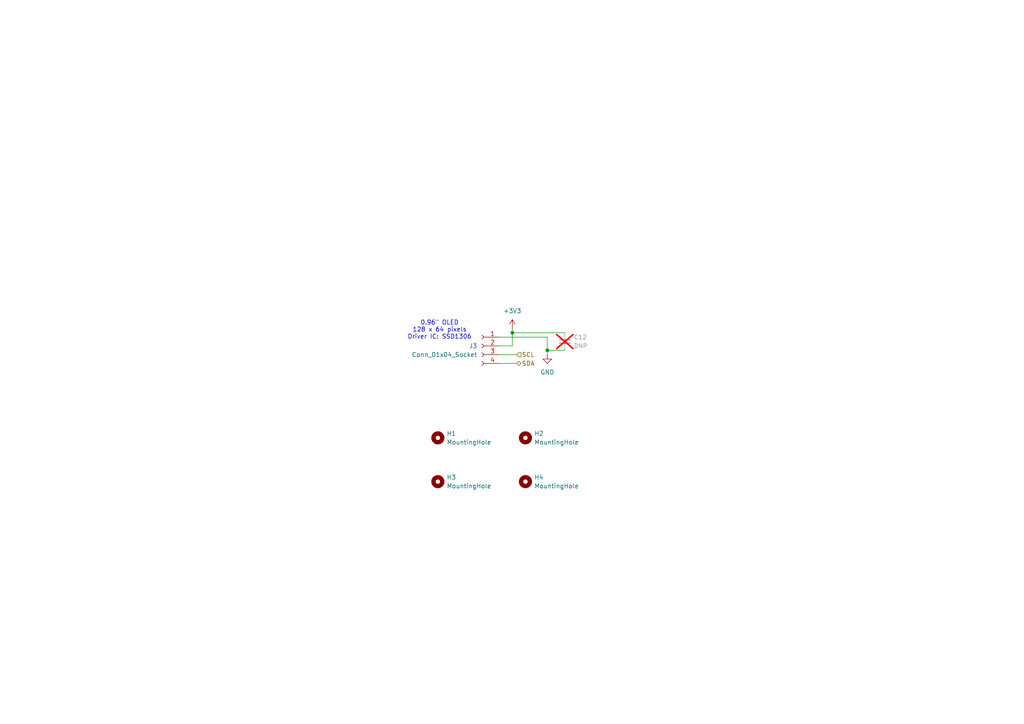
<source format=kicad_sch>
(kicad_sch (version 20250114) (generator "eeschema") (generator_version "9.0")
  (paper "A4")
  (title_block (rev "${REVISION}"))
  (lib_symbols
    (symbol "Connector:Conn_01x04_Socket" (pin_names (offset 1.016) (hide yes))
      (property "Reference" "J" (at 0 5.08 0))
      (property "Value" "Conn_01x04_Socket" (at 0 -7.62 0))
      (symbol "Conn_01x04_Socket_1_1"
        (polyline (pts (xy -1.27 2.54) (xy -0.508 2.54)) (stroke (width 0.1524)))
        (polyline (pts (xy -1.27 0) (xy -0.508 0)) (stroke (width 0.1524)))
        (polyline (pts (xy -1.27 -2.54) (xy -0.508 -2.54)) (stroke (width 0.1524)))
        (polyline (pts (xy -1.27 -5.08) (xy -0.508 -5.08)) (stroke (width 0.1524)))
        (arc (start 0 2.032) (mid -0.5058 2.54) (end 0 3.048) (stroke (width 0.1524)))
        (arc (start 0 -0.508) (mid -0.5058 0) (end 0 0.508) (stroke (width 0.1524)))
        (arc (start 0 -3.048) (mid -0.5058 -2.54) (end 0 -2.032) (stroke (width 0.1524)))
        (arc (start 0 -5.588) (mid -0.5058 -5.08) (end 0 -4.572) (stroke (width 0.1524)))
        (pin passive line (at -5.08 2.54 0) (length 3.81) (name "Pin_1") (number "1"))
        (pin passive line (at -5.08 0 0) (length 3.81) (name "Pin_2") (number "2"))
        (pin passive line (at -5.08 -2.54 0) (length 3.81) (name "Pin_3") (number "3"))
        (pin passive line (at -5.08 -5.08 0) (length 3.81) (name "Pin_4") (number "4"))
      )
    )
    (symbol "Device:C_Small" (pin_numbers (hide yes)) (pin_names (offset 0.254) (hide yes))
      (property "Reference" "C" (at 0.254 1.778 0))
      (property "Value" "C_Small" (at 0.254 -2.032 0))
      (symbol "C_Small_0_1"
        (polyline (pts (xy -1.524 0.508) (xy 1.524 0.508)) (stroke (width 0.3048)))
        (polyline (pts (xy -1.524 -0.508) (xy 1.524 -0.508)) (stroke (width 0.3302)))
      )
      (symbol "C_Small_1_1"
        (pin passive line (at 0 2.54 270) (length 2.032) (name "~") (number "1"))
        (pin passive line (at 0 -2.54 90) (length 2.032) (name "~") (number "2"))
      )
    )
    (symbol "Mechanical:MountingHole" (pin_names (offset 1.016)) (in_bom no)
      (property "Reference" "H" (at 0 5.08 0))
      (property "Value" "MountingHole" (at 0 3.175 0))
      (symbol "MountingHole_0_1"
        (circle (center 0 0) (radius 1.27) (stroke (width 1.27)))
      )
    )
    (symbol "power:+3V3" (power) (pin_numbers (hide yes)) (pin_names (offset 0) (hide yes))
      (property "Value" "+3V3" (at 0 3.556 0))
      (symbol "+3V3_0_1"
        (polyline (pts (xy -0.762 1.27) (xy 0 2.54)))
        (polyline (pts (xy 0 2.54) (xy 0.762 1.27)))
        (polyline (pts (xy 0 0) (xy 0 2.54)))
      )
      (symbol "+3V3_1_1"
        (pin power_in line (at 0 0 90) (length 0) (name "~") (number "1"))
      )
    )
    (symbol "power:GND" (power) (pin_numbers (hide yes)) (pin_names (offset 0) (hide yes))
      (property "Value" "GND" (at 0 -3.81 0))
      (symbol "GND_0_1"
        (polyline (pts (xy 0 0) (xy 0 -1.27) (xy 1.27 -1.27) (xy 0 -2.54) (xy -1.27 -1.27) (xy 0 -1.27)))
      )
      (symbol "GND_1_1"
        (pin power_in line (at 0 0 270) (length 0) (name "~") (number "1"))
      )
    )
  )
  (text "0.96\" OLED\n128 x 64 pixels\nDriver IC: SSD1306" (at 127.508 95.758 0) (effects (font (size 1.27 1.27))))
  (junction (at 148.59 96.52))
  (junction (at 158.75 101.6))
  (wire (pts (xy 158.75 101.6) (xy 158.75 97.79)))
  (wire (pts (xy 148.59 100.33) (xy 144.78 100.33)))
  (wire (pts (xy 144.78 105.41) (xy 149.86 105.41)))
  (wire (pts (xy 158.75 101.6) (xy 163.83 101.6)))
  (wire (pts (xy 148.59 95.25) (xy 148.59 96.52)))
  (wire (pts (xy 158.75 102.87) (xy 158.75 101.6)))
  (wire (pts (xy 148.59 96.52) (xy 163.83 96.52)))
  (wire (pts (xy 158.75 97.79) (xy 144.78 97.79)))
  (wire (pts (xy 144.78 102.87) (xy 149.86 102.87)))
  (wire (pts (xy 148.59 96.52) (xy 148.59 100.33)))
  (hierarchical_label "SCL" (shape input) (at 149.86 102.87 0))
  (hierarchical_label "SDA" (shape bidirectional) (at 149.86 105.41 0))
  (symbol (lib_id "Connector:Conn_01x04_Socket") (at 139.7 100.33 0) (mirror y) (unit 1)
    (property "Reference" "J3" (at 138.43 100.3299 0) (effects (justify left)))
    (property "Value" "Conn_01x04_Socket" (at 138.43 102.8699 0) (effects (justify left)))
    (property "Footprint" "Connector_PinSocket_2.54mm:PinSocket_1x04_P2.54mm_Vertical" (effects (hide yes)))
    (property "Description" "Generic connector, single row, 01x04, script generated" (effects (hide yes)))
  )
  (symbol (lib_id "Mechanical:MountingHole") (at 127 127 0) (unit 1) (in_bom no)
    (property "Reference" "H1" (at 129.54 125.7299 0) (effects (justify left)))
    (property "Value" "MountingHole" (at 129.54 128.2699 0) (effects (justify left)))
    (property "Footprint" "MountingHole:MountingHole_2.2mm_M2" (effects (hide yes)))
    (property "Description" "Mounting Hole without connection" (effects (hide yes)))
  )
  (symbol (lib_id "Mechanical:MountingHole") (at 127 139.7 0) (unit 1) (in_bom no)
    (property "Reference" "H3" (at 129.54 138.4299 0) (effects (justify left)))
    (property "Value" "MountingHole" (at 129.54 140.9699 0) (effects (justify left)))
    (property "Footprint" "MountingHole:MountingHole_2.2mm_M2" (effects (hide yes)))
    (property "Description" "Mounting Hole without connection" (effects (hide yes)))
  )
  (symbol (lib_id "power:+3V3") (at 148.59 95.25 0) (unit 1)
    (property "Reference" "#PWR013" (effects (hide yes)))
    (property "Value" "+3V3" (at 148.59 90.17 0))
    (property "Description" "Power symbol creates a global label with name \"+3V3\"" (effects (hide yes)))
  )
  (symbol (lib_id "Device:C_Small") (at 163.83 99.06 0) (unit 1) (in_bom no) (dnp yes)
    (property "Reference" "C12" (at 166.37 97.7962 0) (effects (justify left)))
    (property "Value" "DNP" (at 166.37 100.3362 0) (effects (justify left)))
    (property "Footprint" "Capacitor_SMD:C_0603_1608Metric_Pad1.08x0.95mm_HandSolder" (effects (hide yes)))
    (property "Description" "Unpolarized capacitor, small symbol" (effects (hide yes)))
  )
  (symbol (lib_id "Mechanical:MountingHole") (at 152.4 127 0) (unit 1) (in_bom no)
    (property "Reference" "H2" (at 154.94 125.7299 0) (effects (justify left)))
    (property "Value" "MountingHole" (at 154.94 128.2699 0) (effects (justify left)))
    (property "Footprint" "MountingHole:MountingHole_2.2mm_M2" (effects (hide yes)))
    (property "Description" "Mounting Hole without connection" (effects (hide yes)))
  )
  (symbol (lib_id "power:GND") (at 158.75 102.87 0) (unit 1)
    (property "Reference" "#PWR012" (effects (hide yes)))
    (property "Value" "GND" (at 158.75 107.95 0))
    (property "Description" "Power symbol creates a global label with name \"GND\" , ground" (effects (hide yes)))
  )
  (symbol (lib_id "Mechanical:MountingHole") (at 152.4 139.7 0) (unit 1) (in_bom no)
    (property "Reference" "H4" (at 154.94 138.4299 0) (effects (justify left)))
    (property "Value" "MountingHole" (at 154.94 140.9699 0) (effects (justify left)))
    (property "Footprint" "MountingHole:MountingHole_2.2mm_M2" (effects (hide yes)))
    (property "Description" "Mounting Hole without connection" (effects (hide yes)))
  )
)
</source>
